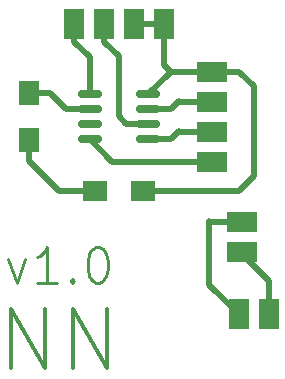
<source format=gbr>
%TF.GenerationSoftware,KiCad,Pcbnew,(6.0.2)*%
%TF.CreationDate,2022-12-01T14:11:06-05:00*%
%TF.ProjectId,VoltReadDevice,566f6c74-5265-4616-9444-65766963652e,rev?*%
%TF.SameCoordinates,Original*%
%TF.FileFunction,Copper,L1,Top*%
%TF.FilePolarity,Positive*%
%FSLAX46Y46*%
G04 Gerber Fmt 4.6, Leading zero omitted, Abs format (unit mm)*
G04 Created by KiCad (PCBNEW (6.0.2)) date 2022-12-01 14:11:06*
%MOMM*%
%LPD*%
G01*
G04 APERTURE LIST*
G04 Aperture macros list*
%AMRoundRect*
0 Rectangle with rounded corners*
0 $1 Rounding radius*
0 $2 $3 $4 $5 $6 $7 $8 $9 X,Y pos of 4 corners*
0 Add a 4 corners polygon primitive as box body*
4,1,4,$2,$3,$4,$5,$6,$7,$8,$9,$2,$3,0*
0 Add four circle primitives for the rounded corners*
1,1,$1+$1,$2,$3*
1,1,$1+$1,$4,$5*
1,1,$1+$1,$6,$7*
1,1,$1+$1,$8,$9*
0 Add four rect primitives between the rounded corners*
20,1,$1+$1,$2,$3,$4,$5,0*
20,1,$1+$1,$4,$5,$6,$7,0*
20,1,$1+$1,$6,$7,$8,$9,0*
20,1,$1+$1,$8,$9,$2,$3,0*%
G04 Aperture macros list end*
%ADD10C,0.300000*%
%TA.AperFunction,NonConductor*%
%ADD11C,0.300000*%
%TD*%
%ADD12C,0.250000*%
%TA.AperFunction,NonConductor*%
%ADD13C,0.250000*%
%TD*%
%TA.AperFunction,SMDPad,CuDef*%
%ADD14R,2.500000X1.700000*%
%TD*%
%TA.AperFunction,SMDPad,CuDef*%
%ADD15R,1.700000X2.000000*%
%TD*%
%TA.AperFunction,SMDPad,CuDef*%
%ADD16R,1.700000X2.500000*%
%TD*%
%TA.AperFunction,SMDPad,CuDef*%
%ADD17RoundRect,0.150000X-0.825000X-0.150000X0.825000X-0.150000X0.825000X0.150000X-0.825000X0.150000X0*%
%TD*%
%TA.AperFunction,SMDPad,CuDef*%
%ADD18R,2.000000X1.700000*%
%TD*%
%TA.AperFunction,Conductor*%
%ADD19C,0.500000*%
%TD*%
G04 APERTURE END LIST*
D10*
D11*
X155972380Y-136881904D02*
X155972380Y-131881904D01*
X158829523Y-136881904D01*
X158829523Y-131881904D01*
X161210476Y-136881904D02*
X161210476Y-131881904D01*
X164067619Y-136881904D01*
X164067619Y-131881904D01*
D12*
D13*
X155734285Y-127627142D02*
X156448571Y-129627142D01*
X157162857Y-127627142D01*
X159877142Y-129627142D02*
X158162857Y-129627142D01*
X159020000Y-129627142D02*
X159020000Y-126627142D01*
X158734285Y-127055714D01*
X158448571Y-127341428D01*
X158162857Y-127484285D01*
X161162857Y-129341428D02*
X161305714Y-129484285D01*
X161162857Y-129627142D01*
X161020000Y-129484285D01*
X161162857Y-129341428D01*
X161162857Y-129627142D01*
X163162857Y-126627142D02*
X163448571Y-126627142D01*
X163734285Y-126770000D01*
X163877142Y-126912857D01*
X164020000Y-127198571D01*
X164162857Y-127770000D01*
X164162857Y-128484285D01*
X164020000Y-129055714D01*
X163877142Y-129341428D01*
X163734285Y-129484285D01*
X163448571Y-129627142D01*
X163162857Y-129627142D01*
X162877142Y-129484285D01*
X162734285Y-129341428D01*
X162591428Y-129055714D01*
X162448571Y-128484285D01*
X162448571Y-127770000D01*
X162591428Y-127198571D01*
X162734285Y-126912857D01*
X162877142Y-126770000D01*
X163162857Y-126627142D01*
D14*
%TO.P,J4,1*%
%TO.N,Net-(J3-Pad2)*%
X175500000Y-124480000D03*
%TO.P,J4,2*%
%TO.N,Net-(J3-Pad1)*%
X175500000Y-127020000D03*
%TD*%
D15*
%TO.P,D1,1,K*%
%TO.N,Net-(D1-Pad1)*%
X157480000Y-117570000D03*
%TO.P,D1,2,A*%
%TO.N,Net-(D1-Pad2)*%
X157480000Y-113570000D03*
%TD*%
D16*
%TO.P,J1,1,Pin_1*%
%TO.N,Net-(J1-Pad1)*%
X161300000Y-107710000D03*
%TO.P,J1,2,Pin_2*%
%TO.N,Net-(J1-Pad2)*%
X163840000Y-107710000D03*
%TO.P,J1,3,Pin_3*%
%TO.N,Net-(J1-Pad3)*%
X166380000Y-107710000D03*
%TO.P,J1,4,Pin_4*%
X168920000Y-107710000D03*
%TD*%
D14*
%TO.P,J2,1,Pin_1*%
%TO.N,Net-(J1-Pad3)*%
X172960000Y-111770000D03*
%TO.P,J2,2,Pin_2*%
%TO.N,Net-(J2-Pad2)*%
X172960000Y-114310000D03*
%TO.P,J2,3,Pin_3*%
%TO.N,Net-(J2-Pad3)*%
X172960000Y-116850000D03*
%TO.P,J2,4,Pin_4*%
%TO.N,Net-(J2-Pad4)*%
X172960000Y-119390000D03*
%TD*%
D16*
%TO.P,J3,1*%
%TO.N,Net-(J3-Pad1)*%
X177780000Y-132320000D03*
%TO.P,J3,2*%
%TO.N,Net-(J3-Pad2)*%
X175240000Y-132320000D03*
%TD*%
D17*
%TO.P,U1,1,VCC*%
%TO.N,Net-(J1-Pad1)*%
X162625000Y-113665000D03*
%TO.P,U1,2,PA6_BLINK*%
%TO.N,Net-(D1-Pad2)*%
X162625000Y-114935000D03*
%TO.P,U1,3,PA7*%
%TO.N,unconnected-(U1-Pad3)*%
X162625000Y-116205000D03*
%TO.P,U1,4,PA1_TX*%
%TO.N,Net-(J2-Pad4)*%
X162625000Y-117475000D03*
%TO.P,U1,5,PA2_RX*%
%TO.N,Net-(J2-Pad3)*%
X167575000Y-117475000D03*
%TO.P,U1,6,PA0_UPDI*%
%TO.N,Net-(J1-Pad2)*%
X167575000Y-116205000D03*
%TO.P,U1,7,PA3_VOLTAGESENSOR*%
%TO.N,Net-(J2-Pad2)*%
X167575000Y-114935000D03*
%TO.P,U1,8,GND*%
%TO.N,Net-(J1-Pad3)*%
X167575000Y-113665000D03*
%TD*%
D18*
%TO.P,R1,1*%
%TO.N,Net-(J1-Pad3)*%
X167100000Y-121920000D03*
%TO.P,R1,2*%
%TO.N,Net-(D1-Pad1)*%
X163100000Y-121920000D03*
%TD*%
D19*
%TO.N,Net-(J3-Pad1)*%
X175500000Y-127240000D02*
X177800000Y-129540000D01*
X177800000Y-129540000D02*
X177780000Y-129560000D01*
X175500000Y-127020000D02*
X175500000Y-127240000D01*
X177780000Y-129560000D02*
X177780000Y-132320000D01*
%TO.N,Net-(J3-Pad2)*%
X172720000Y-129800000D02*
X175240000Y-132320000D01*
X172720000Y-124460000D02*
X172720000Y-129800000D01*
X172740000Y-124480000D02*
X172720000Y-124460000D01*
X175500000Y-124480000D02*
X172740000Y-124480000D01*
%TO.N,Net-(D1-Pad2)*%
X160655000Y-114935000D02*
X162625000Y-114935000D01*
X157480000Y-113570000D02*
X159290000Y-113570000D01*
X159290000Y-113570000D02*
X160655000Y-114935000D01*
%TO.N,Net-(D1-Pad1)*%
X157480000Y-119380000D02*
X160020000Y-121920000D01*
X160020000Y-121920000D02*
X163100000Y-121920000D01*
X157480000Y-117570000D02*
X157480000Y-119380000D01*
%TO.N,Net-(J1-Pad2)*%
X165100000Y-115570000D02*
X165735000Y-116205000D01*
X163840000Y-107710000D02*
X163840000Y-109230000D01*
X165735000Y-116205000D02*
X167575000Y-116205000D01*
X165100000Y-110490000D02*
X165100000Y-115570000D01*
X163840000Y-109230000D02*
X165100000Y-110490000D01*
%TO.N,Net-(J1-Pad1)*%
X161300000Y-109230000D02*
X162625000Y-110555000D01*
X161300000Y-107710000D02*
X161300000Y-109230000D01*
X162625000Y-110555000D02*
X162625000Y-113665000D01*
%TO.N,Net-(J2-Pad2)*%
X170190000Y-114310000D02*
X170180000Y-114300000D01*
X170180000Y-114300000D02*
X169545000Y-114935000D01*
X169545000Y-114935000D02*
X167575000Y-114935000D01*
X172960000Y-114310000D02*
X170190000Y-114310000D01*
%TO.N,Net-(J2-Pad3)*%
X170190000Y-116850000D02*
X170180000Y-116840000D01*
X172960000Y-116850000D02*
X170190000Y-116850000D01*
X170180000Y-116840000D02*
X169545000Y-117475000D01*
X169545000Y-117475000D02*
X167575000Y-117475000D01*
%TO.N,Net-(J2-Pad4)*%
X164540000Y-119390000D02*
X162625000Y-117475000D01*
X172960000Y-119390000D02*
X164540000Y-119390000D01*
%TO.N,Net-(J1-Pad3)*%
X168920000Y-111220000D02*
X168920000Y-107710000D01*
X167100000Y-121920000D02*
X175260000Y-121920000D01*
X175270000Y-111770000D02*
X172960000Y-111770000D01*
X176530000Y-120650000D02*
X176530000Y-113030000D01*
X176530000Y-113030000D02*
X175270000Y-111770000D01*
X169470000Y-111770000D02*
X168920000Y-111220000D01*
X166380000Y-107710000D02*
X168920000Y-107710000D01*
X167575000Y-113665000D02*
X169470000Y-111770000D01*
X169470000Y-111770000D02*
X172960000Y-111770000D01*
X175260000Y-121920000D02*
X176530000Y-120650000D01*
%TD*%
M02*

</source>
